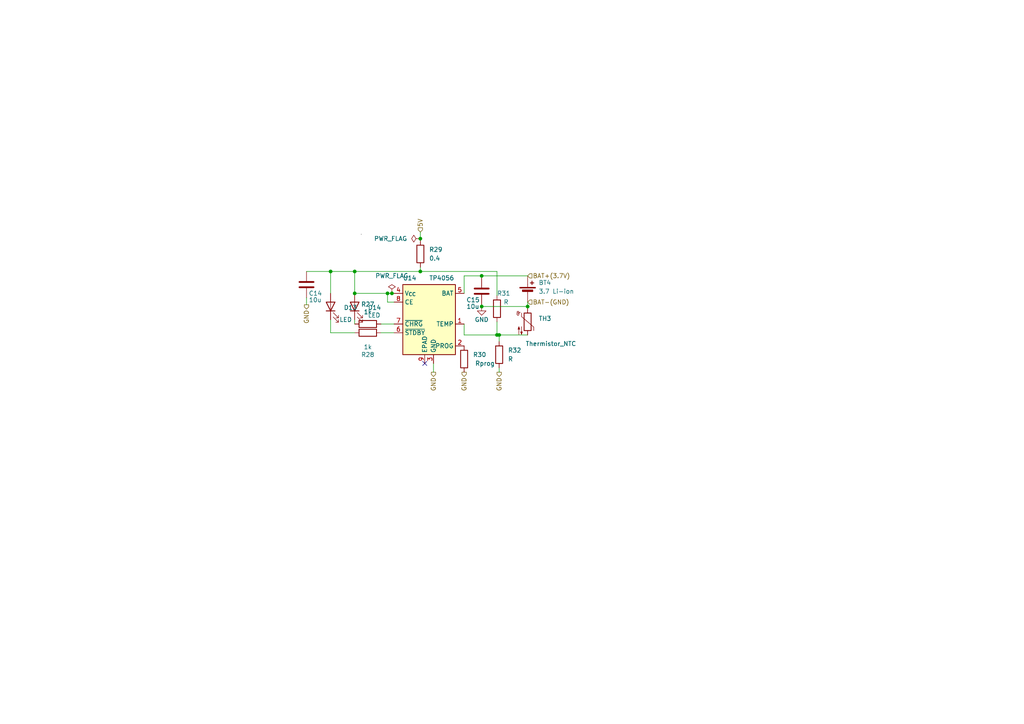
<source format=kicad_sch>
(kicad_sch (version 20250114) (generator "eeschema") (generator_version "9.0")
  (paper "A4")
  (lib_symbols
    (symbol "Battery_Management:TP4056-42-ESOP8"
      (property "Reference" "U8" (at 2.1433 15.24 0))
      (property "Value" "TP4056-42-ESOP8" (at 2.1433 12.7 0))
      (symbol "TP4056-42-ESOP8_1_0"
        (pin power_in line (at -10.16 7.62 0) (length 2.54) (name "V_{CC}") (number "4"))
        (pin input line (at -10.16 5.08 0) (length 2.54) (name "CE") (number "8"))
        (pin open_collector line (at -10.16 -1.27 0) (length 2.54) (name "~{CHRG}") (number "7"))
        (pin open_collector line (at -10.16 -3.81 0) (length 2.54) (name "~{STDBY}") (number "6"))
        (pin passive line (at -1.27 -12.7 90) (length 2.54) (name "EPAD") (number "9"))
        (pin power_in line (at 1.27 -12.7 90) (length 2.54) (name "GND") (number "3"))
        (pin power_out line (at 10.16 7.62 180) (length 2.54) (name "BAT") (number "5"))
        (pin input line (at 10.16 -1.27 180) (length 2.54) (name "TEMP") (number "1"))
        (pin passive line (at 10.16 -7.62 180) (length 2.54) (name "PROG") (number "2"))
      )
      (symbol "TP4056-42-ESOP8_1_1"
        (rectangle (start -7.62 10.16) (end 7.62 -10.16) (stroke (width 0.254)) (fill (type background)))
      )
    )
    (symbol "Device:Battery_Cell" (pin_numbers (hide yes)) (pin_names (offset 0) (hide yes))
      (property "Reference" "BT" (at 2.54 2.54 0))
      (property "Value" "Battery_Cell" (at 2.54 0 0))
      (symbol "Battery_Cell_0_1"
        (rectangle (start -2.286 1.778) (end 2.286 1.524) (fill (type outline)))
        (rectangle (start -1.524 1.016) (end 1.524 0.508) (fill (type outline)))
        (polyline (pts (xy 0 1.778) (xy 0 2.54)))
        (polyline (pts (xy 0 0.762) (xy 0 0)))
        (polyline (pts (xy 0.762 3.048) (xy 1.778 3.048)) (stroke (width 0.254)))
        (polyline (pts (xy 1.27 3.556) (xy 1.27 2.54)) (stroke (width 0.254)))
      )
      (symbol "Battery_Cell_1_1"
        (pin passive line (at 0 5.08 270) (length 2.54) (name "+") (number "1"))
        (pin passive line (at 0 -2.54 90) (length 2.54) (name "-") (number "2"))
      )
    )
    (symbol "Device:C" (pin_numbers (hide yes)) (pin_names (offset 0.254))
      (property "Reference" "C" (at 0.635 2.54 0))
      (property "Value" "C" (at 0.635 -2.54 0))
      (symbol "C_0_1"
        (polyline (pts (xy -2.032 0.762) (xy 2.032 0.762)) (stroke (width 0.508)))
        (polyline (pts (xy -2.032 -0.762) (xy 2.032 -0.762)) (stroke (width 0.508)))
      )
      (symbol "C_1_1"
        (pin passive line (at 0 3.81 270) (length 2.794) (name "~") (number "1"))
        (pin passive line (at 0 -3.81 90) (length 2.794) (name "~") (number "2"))
      )
    )
    (symbol "Device:LED" (pin_numbers (hide yes)) (pin_names (offset 1.016) (hide yes))
      (property "Reference" "D" (at 0 2.54 0))
      (property "Value" "LED" (at 0 -2.54 0))
      (symbol "LED_0_1"
        (polyline (pts (xy -3.048 -0.762) (xy -4.572 -2.286) (xy -3.81 -2.286) (xy -4.572 -2.286) (xy -4.572 -1.524)))
        (polyline (pts (xy -1.778 -0.762) (xy -3.302 -2.286) (xy -2.54 -2.286) (xy -3.302 -2.286) (xy -3.302 -1.524)))
        (polyline (pts (xy -1.27 0) (xy 1.27 0)))
        (polyline (pts (xy -1.27 -1.27) (xy -1.27 1.27)) (stroke (width 0.254)))
        (polyline (pts (xy 1.27 -1.27) (xy 1.27 1.27) (xy -1.27 0) (xy 1.27 -1.27)) (stroke (width 0.254)))
      )
      (symbol "LED_1_1"
        (pin passive line (at -3.81 0 0) (length 2.54) (name "K") (number "1"))
        (pin passive line (at 3.81 0 180) (length 2.54) (name "A") (number "2"))
      )
    )
    (symbol "Device:R" (pin_numbers (hide yes)) (pin_names (offset 0))
      (property "Reference" "R" (at 2.032 0 90))
      (property "Value" "R" (at 0 0 90))
      (symbol "R_0_1"
        (rectangle (start -1.016 -2.54) (end 1.016 2.54) (stroke (width 0.254)))
      )
      (symbol "R_1_1"
        (pin passive line (at 0 3.81 270) (length 1.27) (name "~") (number "1"))
        (pin passive line (at 0 -3.81 90) (length 1.27) (name "~") (number "2"))
      )
    )
    (symbol "Device:Thermistor_NTC" (pin_numbers (hide yes)) (pin_names (offset 0))
      (property "Reference" "TH" (at -4.445 0 90))
      (property "Value" "Thermistor_NTC" (at 3.175 0 90))
      (symbol "Thermistor_NTC_0_1"
        (arc (start -3.175 2.413) (mid -3.0506 2.3165) (end -3.048 2.159))
        (arc (start -3.048 2.794) (mid -2.9736 2.9736) (end -2.794 3.048))
        (arc (start -2.794 3.048) (mid -2.6144 2.9736) (end -2.54 2.794))
        (arc (start -2.794 2.54) (mid -2.9736 2.6144) (end -3.048 2.794))
        (arc (start -2.794 1.905) (mid -2.9736 1.9794) (end -3.048 2.159))
        (arc (start -2.54 2.159) (mid -2.6144 1.9794) (end -2.794 1.905))
        (arc (start -2.159 2.794) (mid -2.434 2.5608) (end -2.794 2.54))
        (polyline (pts (xy -2.54 2.159) (xy -2.54 2.794)))
        (polyline (pts (xy -2.54 -3.683) (xy -2.54 -1.397) (xy -2.794 -2.159) (xy -2.286 -2.159) (xy -2.54 -1.397) (xy -2.54 -1.651)) (fill (type outline)))
        (polyline (pts (xy -1.778 2.54) (xy -1.778 1.524) (xy 1.778 -1.524) (xy 1.778 -2.54)))
        (polyline (pts (xy -1.778 -1.397) (xy -1.778 -3.683) (xy -2.032 -2.921) (xy -1.524 -2.921) (xy -1.778 -3.683) (xy -1.778 -3.429)) (fill (type outline)))
        (rectangle (start -1.016 2.54) (end 1.016 -2.54) (stroke (width 0.254)))
      )
      (symbol "Thermistor_NTC_1_1"
        (pin passive line (at 0 3.81 270) (length 1.27) (name "~") (number "1"))
        (pin passive line (at 0 -3.81 90) (length 1.27) (name "~") (number "2"))
      )
    )
    (symbol "power:GND" (power) (pin_numbers (hide yes)) (pin_names (offset 0) (hide yes))
      (property "Value" "GND" (at 0 -3.81 0))
      (symbol "GND_0_1"
        (polyline (pts (xy 0 0) (xy 0 -1.27) (xy 1.27 -1.27) (xy 0 -2.54) (xy -1.27 -1.27) (xy 0 -1.27)))
      )
      (symbol "GND_1_1"
        (pin power_in line (at 0 0 270) (length 0) (name "~") (number "1"))
      )
    )
    (symbol "power:PWR_FLAG" (power) (pin_numbers (hide yes)) (pin_names (offset 0) (hide yes))
      (property "Value" "PWR_FLAG" (at 0 3.81 0))
      (symbol "PWR_FLAG_0_0"
        (pin power_out line (at 0 0 90) (length 0) (name "~") (number "1"))
      )
      (symbol "PWR_FLAG_0_1"
        (polyline (pts (xy 0 0) (xy 0 1.27) (xy -1.016 1.905) (xy 0 2.54) (xy 1.016 1.905) (xy 0 1.27)))
      )
    )
  )
  (text_box "" (at 104.775 67.945 0) (size 0 0) (margins 0.9525 0.9525 0.9525 0.9525) (stroke (width 0) (color 0 0 0 1)) (fill (type color) (color 255 255 255 1)) (effects (font (size 1.5 1.5) (thickness 0.254) (bold yes)) (justify left top)))
  (junction (at 139.7 88.9))
  (junction (at 95.885 78.74))
  (junction (at 144.145 97.155))
  (junction (at 153.035 88.9))
  (junction (at 112.395 85.09))
  (junction (at 121.92 78.74))
  (junction (at 144.78 97.155))
  (junction (at 113.665 85.09))
  (junction (at 139.7 80.01))
  (junction (at 102.87 78.74))
  (junction (at 121.92 69.215))
  (junction (at 102.87 85.09))
  (no_connect (at 123.19 105.41))
  (wire (pts (xy 88.9 78.74) (xy 95.885 78.74)))
  (wire (pts (xy 88.9 86.36) (xy 88.9 88.392)))
  (wire (pts (xy 95.885 96.52) (xy 102.87 96.52)))
  (wire (pts (xy 125.73 105.41) (xy 125.73 107.95)))
  (wire (pts (xy 144.78 97.155) (xy 153.035 97.155)))
  (wire (pts (xy 102.87 92.71) (xy 102.87 93.98)))
  (wire (pts (xy 139.7 80.01) (xy 134.62 80.01)))
  (wire (pts (xy 95.885 85.09) (xy 95.885 78.74)))
  (wire (pts (xy 113.665 85.09) (xy 114.3 85.09)))
  (wire (pts (xy 102.87 78.74) (xy 121.92 78.74)))
  (wire (pts (xy 139.7 80.01) (xy 153.035 80.01)))
  (wire (pts (xy 121.92 69.215) (xy 121.92 69.85)))
  (wire (pts (xy 144.78 97.155) (xy 144.78 99.06)))
  (wire (pts (xy 144.145 93.345) (xy 144.145 97.155)))
  (wire (pts (xy 144.145 97.155) (xy 144.78 97.155)))
  (wire (pts (xy 112.395 85.09) (xy 113.665 85.09)))
  (wire (pts (xy 144.78 106.68) (xy 144.78 107.95)))
  (wire (pts (xy 121.92 67.31) (xy 121.92 69.215)))
  (wire (pts (xy 153.035 88.9) (xy 153.035 89.535)))
  (wire (pts (xy 134.62 97.155) (xy 144.145 97.155)))
  (wire (pts (xy 95.885 78.74) (xy 102.87 78.74)))
  (wire (pts (xy 139.7 88.265) (xy 139.7 88.9)))
  (wire (pts (xy 95.885 92.71) (xy 95.885 96.52)))
  (wire (pts (xy 121.92 77.47) (xy 121.92 78.74)))
  (wire (pts (xy 139.7 88.9) (xy 153.035 88.9)))
  (wire (pts (xy 134.62 80.01) (xy 134.62 85.09)))
  (wire (pts (xy 121.92 78.74) (xy 144.145 78.74)))
  (wire (pts (xy 144.145 85.725) (xy 144.145 78.74)))
  (wire (pts (xy 110.49 96.52) (xy 114.3 96.52)))
  (wire (pts (xy 102.87 85.09) (xy 112.395 85.09)))
  (wire (pts (xy 153.035 87.63) (xy 153.035 88.9)))
  (wire (pts (xy 112.395 87.63) (xy 112.395 85.09)))
  (wire (pts (xy 114.3 87.63) (xy 112.395 87.63)))
  (wire (pts (xy 139.7 80.01) (xy 139.7 80.645)))
  (wire (pts (xy 110.49 93.98) (xy 114.3 93.98)))
  (wire (pts (xy 134.62 93.98) (xy 134.62 97.155)))
  (wire (pts (xy 102.87 78.74) (xy 102.87 85.09)))
  (hierarchical_label "GND" (shape output) (at 144.78 107.95 270))
  (hierarchical_label "BAT-(GND)" (shape input) (at 153.035 87.63 0))
  (hierarchical_label "GND" (shape output) (at 125.73 107.95 270))
  (hierarchical_label "GND" (shape output) (at 134.62 107.95 270))
  (hierarchical_label "BAT+(3.7V)" (shape input) (at 153.035 80.01 0))
  (hierarchical_label "GND" (shape output) (at 88.9 88.392 270))
  (hierarchical_label "5V" (shape input) (at 121.92 67.31 90))
  (symbol (lib_id "Device:LED") (at 102.87 88.9 90) (unit 1)
    (property "Reference" "D14" (at 106.68 89.2174 90) (effects (justify right)))
    (property "Value" "LED" (at 106.68 91.44 90) (effects (justify right)))
    (property "Footprint" "LED_SMD:LED_0805_2012Metric" (effects (hide yes)))
    (property "Description" "Light emitting diode" (effects (hide yes)))
    (property "Sim.Pins" "1=K 2=A" (effects (hide yes)))
  )
  (symbol (lib_id "Device:R") (at 106.68 93.98 90) (unit 1)
    (property "Reference" "R27" (at 106.68 88.265 90))
    (property "Value" "1k" (at 106.68 90.4876 90))
    (property "Footprint" "Resistor_SMD:R_0805_2012Metric" (effects (hide yes)))
    (property "Description" "Resistor" (effects (hide yes)))
  )
  (symbol (lib_id "Device:R") (at 121.92 73.66 0) (unit 1)
    (property "Reference" "R29" (at 124.46 72.3899 0) (effects (justify left)))
    (property "Value" "0.4" (at 124.46 74.9299 0) (effects (justify left)))
    (property "Footprint" "Resistor_SMD:R_0805_2012Metric" (effects (hide yes)))
    (property "Description" "Resistor" (effects (hide yes)))
  )
  (symbol (lib_id "Device:R") (at 144.145 89.535 0) (unit 1)
    (property "Reference" "R31" (at 144.145 85.09 0) (effects (justify left)))
    (property "Value" "R" (at 146.05 87.63 0) (effects (justify left)))
    (property "Footprint" "Resistor_SMD:R_0805_2012Metric" (effects (hide yes)))
    (property "Description" "Resistor" (effects (hide yes)))
  )
  (symbol (lib_id "Device:Thermistor_NTC") (at 153.035 93.345 0) (unit 1)
    (property "Reference" "TH3" (at 156.21 92.3924 0) (effects (justify left)))
    (property "Value" "Thermistor_NTC" (at 152.4 99.695 0) (effects (justify left)))
    (property "Footprint" "Package_TO_SOT_THT:Heraeus_TO-92-2" (effects (hide yes)))
    (property "Description" "Temperature dependent resistor, negative temperature coefficient" (effects (hide yes)))
  )
  (symbol (lib_id "power:PWR_FLAG") (at 121.92 69.215 90) (unit 1)
    (property "Reference" "#FLG06" (effects (hide yes)))
    (property "Value" "PWR_FLAG" (at 118.11 69.2149 90) (effects (justify left)))
    (property "Description" "Special symbol for telling ERC where power comes from" (effects (hide yes)))
  )
  (symbol (lib_id "power:PWR_FLAG") (at 113.665 85.09 0) (unit 1)
    (property "Reference" "#FLG05" (effects (hide yes)))
    (property "Value" "PWR_FLAG" (at 113.665 80.01 0))
    (property "Description" "Special symbol for telling ERC where power comes from" (effects (hide yes)))
  )
  (symbol (lib_id "power:GND") (at 139.7 88.9 0) (unit 1)
    (property "Reference" "#PWR022" (effects (hide yes)))
    (property "Value" "GND" (at 139.7 92.71 0))
    (property "Description" "Power symbol creates a global label with name \"GND\" , ground" (effects (hide yes)))
  )
  (symbol (lib_id "Device:C") (at 139.7 84.455 0) (unit 1)
    (property "Reference" "C15" (at 135.255 86.995 0) (effects (justify left)))
    (property "Value" "10u" (at 135.255 88.9 0) (effects (justify left)))
    (property "Footprint" "Capacitor_SMD:C_0805_2012Metric" (effects (hide yes)))
    (property "Description" "Unpolarized capacitor" (effects (hide yes)))
  )
  (symbol (lib_id "Device:R") (at 106.68 96.52 270) (unit 1)
    (property "Reference" "R28" (at 106.68 102.87 90))
    (property "Value" "1k" (at 106.68 100.6474 90))
    (property "Footprint" "Resistor_SMD:R_0805_2012Metric" (effects (hide yes)))
    (property "Description" "Resistor" (effects (hide yes)))
  )
  (symbol (lib_id "Device:R") (at 144.78 102.87 0) (unit 1)
    (property "Reference" "R32" (at 147.32 101.5999 0) (effects (justify left)))
    (property "Value" "R" (at 147.32 104.1399 0) (effects (justify left)))
    (property "Footprint" "Resistor_SMD:R_0805_2012Metric" (effects (hide yes)))
    (property "Description" "Resistor" (effects (hide yes)))
  )
  (symbol (lib_id "Device:R") (at 134.62 104.14 0) (unit 1)
    (property "Reference" "R30" (at 137.16 102.8699 0) (effects (justify left)))
    (property "Value" "Rprog" (at 137.795 105.4099 0) (effects (justify left)))
    (property "Footprint" "Resistor_SMD:R_0805_2012Metric" (effects (hide yes)))
    (property "Description" "Resistor" (effects (hide yes)))
  )
  (symbol (lib_id "Battery_Management:TP4056-42-ESOP8") (at 124.46 92.71 0) (unit 1)
    (property "Reference" "U14" (at 116.84 80.645 0) (effects (justify left)))
    (property "Value" "TP4056" (at 124.46 80.645 0) (effects (justify left)))
    (property "Footprint" "Package_SO:SOIC-8-1EP_3.9x4.9mm_P1.27mm_EP2.41x3.3mm_ThermalVias" (effects (hide yes)))
    (property "Datasheet" "https://www.lcsc.com/datasheet/lcsc_datasheet_2410121619_TOPPOWER-Nanjing-Extension-Microelectronics-TP4056-42-ESOP8_C16581.pdf" (effects (hide yes)))
    (property "Description" "1A Standalone Linear Li-ion/LiPo single-cell battery charger, 4.2V ±1% charge voltage, VCC = 4.0..8.0V, SOIC-8 (SOP-8)" (effects (hide yes)))
  )
  (symbol (lib_id "Device:Battery_Cell") (at 153.035 85.09 0) (unit 1)
    (property "Reference" "BT4" (at 156.21 81.9784 0) (effects (justify left)))
    (property "Value" "3.7 Li-ion" (at 156.21 84.5184 0) (effects (justify left)))
    (property "Footprint" "Battery:BatteryHolder_Keystone_1042_1x18650" (effects (hide yes)))
    (property "Description" "Single-cell battery" (effects (hide yes)))
  )
  (symbol (lib_id "Device:C") (at 88.9 82.55 0) (unit 1)
    (property "Reference" "C14" (at 89.535 85.09 0) (effects (justify left)))
    (property "Value" "10u" (at 89.535 86.995 0) (effects (justify left)))
    (property "Footprint" "Capacitor_SMD:C_0805_2012Metric" (effects (hide yes)))
    (property "Description" "Unpolarized capacitor" (effects (hide yes)))
  )
  (symbol (lib_id "Device:LED") (at 95.885 88.9 90) (unit 1)
    (property "Reference" "D13" (at 99.695 89.2174 90) (effects (justify right)))
    (property "Value" "LED" (at 98.425 92.71 90) (effects (justify right)))
    (property "Footprint" "LED_SMD:LED_0805_2012Metric" (effects (hide yes)))
    (property "Description" "Light emitting diode" (effects (hide yes)))
    (property "Sim.Pins" "1=K 2=A" (effects (hide yes)))
  )
)
</source>
